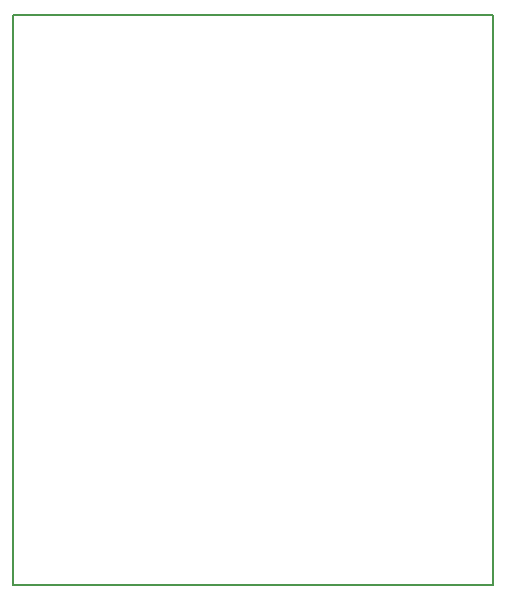
<source format=gbr>
G04 DipTrace 2.4.0.2*
%INbftdi_BoardOutline.gbr*%
%MOIN*%
%ADD11C,0.0055*%
%FSLAX44Y44*%
G04*
G70*
G90*
G75*
G01*
%LNBoardOutline*%
%LPD*%
X3937Y22937D2*
D11*
Y3937D1*
X19937D1*
Y22937D1*
X3937D1*
M02*

</source>
